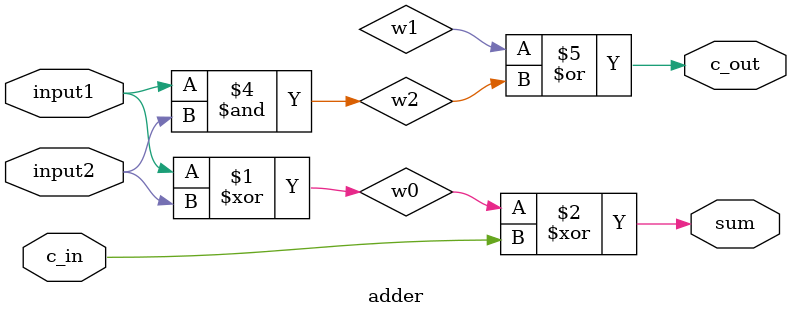
<source format=v>
module adder(input1,input2,c_in,sum,c_out);

input input1,input2,c_in;
output sum,c_out;

wire w0,w1,w2;

xor gate1(w0,input1,input2);
xor gate2(sum,w0,c_in);
and gate3(c1,w0,c_in);
and gate4(w2,input1,input2);
or gate5(c_out,w1,w2);

endmodule

</source>
